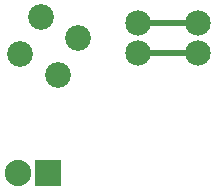
<source format=gbs>
G04 MADE WITH FRITZING*
G04 WWW.FRITZING.ORG*
G04 DOUBLE SIDED*
G04 HOLES PLATED*
G04 CONTOUR ON CENTER OF CONTOUR VECTOR*
%ASAXBY*%
%FSLAX23Y23*%
%MOIN*%
%OFA0B0*%
%SFA1.0B1.0*%
%ADD10C,0.086000*%
%ADD11C,0.088000*%
%ADD12C,0.084803*%
%ADD13R,0.088000X0.088000*%
%ADD14C,0.020000*%
%LNMASK0*%
G90*
G70*
G54D10*
X395Y403D03*
X341Y596D03*
X271Y472D03*
X464Y526D03*
G54D11*
X364Y76D03*
X264Y76D03*
X364Y76D03*
X264Y76D03*
G54D12*
X664Y476D03*
X864Y476D03*
X864Y576D03*
X664Y576D03*
X664Y476D03*
X864Y476D03*
X864Y576D03*
X664Y576D03*
X664Y476D03*
X864Y476D03*
X864Y576D03*
X664Y576D03*
G54D13*
X364Y76D03*
X364Y76D03*
G54D14*
X664Y476D02*
X864Y476D01*
D02*
X664Y576D02*
X864Y576D01*
G04 End of Mask0*
M02*
</source>
